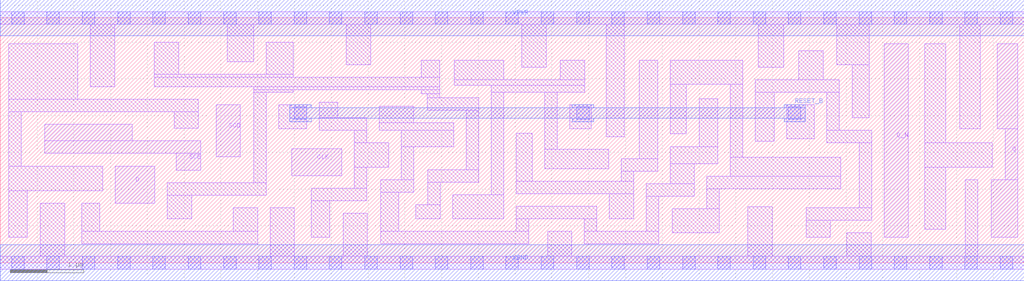
<source format=lef>
# Copyright 2020 The SkyWater PDK Authors
#
# Licensed under the Apache License, Version 2.0 (the "License");
# you may not use this file except in compliance with the License.
# You may obtain a copy of the License at
#
#     https://www.apache.org/licenses/LICENSE-2.0
#
# Unless required by applicable law or agreed to in writing, software
# distributed under the License is distributed on an "AS IS" BASIS,
# WITHOUT WARRANTIES OR CONDITIONS OF ANY KIND, either express or implied.
# See the License for the specific language governing permissions and
# limitations under the License.
#
# SPDX-License-Identifier: Apache-2.0

VERSION 5.7 ;
  NAMESCASESENSITIVE ON ;
  NOWIREEXTENSIONATPIN ON ;
  DIVIDERCHAR "/" ;
  BUSBITCHARS "[]" ;
UNITS
  DATABASE MICRONS 200 ;
END UNITS
MACRO sky130_fd_sc_hs__sdfrbp_1
  CLASS CORE ;
  SOURCE USER ;
  FOREIGN sky130_fd_sc_hs__sdfrbp_1 ;
  ORIGIN  0.000000  0.000000 ;
  SIZE  13.92000 BY  3.330000 ;
  SYMMETRY X Y R90 ;
  SITE unit ;
  PIN D
    ANTENNAGATEAREA  0.159000 ;
    DIRECTION INPUT ;
    USE SIGNAL ;
    PORT
      LAYER li1 ;
        RECT 1.565000 0.810000 2.100000 1.310000 ;
    END
  END D
  PIN Q
    ANTENNADIFFAREA  0.518900 ;
    DIRECTION OUTPUT ;
    USE SIGNAL ;
    PORT
      LAYER li1 ;
        RECT 13.470000 0.350000 13.835000 1.130000 ;
        RECT 13.555000 1.820000 13.835000 2.980000 ;
        RECT 13.665000 1.130000 13.835000 1.820000 ;
    END
  END Q
  PIN Q_N
    ANTENNADIFFAREA  0.537600 ;
    DIRECTION OUTPUT ;
    USE SIGNAL ;
    PORT
      LAYER li1 ;
        RECT 12.015000 0.350000 12.345000 2.980000 ;
    END
  END Q_N
  PIN RESET_B
    ANTENNAGATEAREA  0.411000 ;
    DIRECTION INPUT ;
    USE SIGNAL ;
    PORT
      LAYER met1 ;
        RECT  3.935000 1.920000  4.225000 1.965000 ;
        RECT  3.935000 1.965000 10.945000 2.105000 ;
        RECT  3.935000 2.105000  4.225000 2.150000 ;
        RECT  7.775000 1.920000  8.065000 1.965000 ;
        RECT  7.775000 2.105000  8.065000 2.150000 ;
        RECT 10.655000 1.920000 10.945000 1.965000 ;
        RECT 10.655000 2.105000 10.945000 2.150000 ;
    END
  END RESET_B
  PIN SCD
    ANTENNAGATEAREA  0.159000 ;
    DIRECTION INPUT ;
    USE SIGNAL ;
    PORT
      LAYER li1 ;
        RECT 2.935000 1.440000 3.265000 2.150000 ;
    END
  END SCD
  PIN SCE
    ANTENNAGATEAREA  0.318000 ;
    DIRECTION INPUT ;
    USE SIGNAL ;
    PORT
      LAYER li1 ;
        RECT 0.605000 1.490000 2.725000 1.660000 ;
        RECT 0.605000 1.660000 1.795000 1.880000 ;
        RECT 2.395000 1.260000 2.725000 1.490000 ;
    END
  END SCE
  PIN CLK
    ANTENNAGATEAREA  0.279000 ;
    DIRECTION INPUT ;
    USE CLOCK ;
    PORT
      LAYER li1 ;
        RECT 3.965000 1.180000 4.645000 1.550000 ;
    END
  END CLK
  PIN VGND
    DIRECTION INOUT ;
    USE GROUND ;
    PORT
      LAYER met1 ;
        RECT 0.000000 -0.245000 13.920000 0.245000 ;
    END
  END VGND
  PIN VPWR
    DIRECTION INOUT ;
    USE POWER ;
    PORT
      LAYER met1 ;
        RECT 0.000000 3.085000 13.920000 3.575000 ;
    END
  END VPWR
  OBS
    LAYER li1 ;
      RECT  0.000000 -0.085000 13.920000 0.085000 ;
      RECT  0.000000  3.245000 13.920000 3.415000 ;
      RECT  0.115000  0.350000  0.365000 0.980000 ;
      RECT  0.115000  0.980000  1.395000 1.310000 ;
      RECT  0.115000  1.310000  0.285000 2.050000 ;
      RECT  0.115000  2.050000  2.695000 2.220000 ;
      RECT  0.115000  2.220000  1.055000 2.975000 ;
      RECT  0.545000  0.085000  0.875000 0.810000 ;
      RECT  1.105000  0.255000  3.500000 0.425000 ;
      RECT  1.105000  0.425000  1.355000 0.810000 ;
      RECT  1.225000  2.390000  1.555000 3.245000 ;
      RECT  2.095000  2.390000  5.975000 2.520000 ;
      RECT  2.095000  2.520000  3.985000 2.560000 ;
      RECT  2.095000  2.560000  2.425000 3.000000 ;
      RECT  2.270000  0.595000  2.600000 0.920000 ;
      RECT  2.270000  0.920000  3.615000 1.090000 ;
      RECT  2.365000  1.830000  2.695000 2.050000 ;
      RECT  3.085000  2.730000  3.445000 3.245000 ;
      RECT  3.170000  0.425000  3.500000 0.750000 ;
      RECT  3.445000  1.090000  3.615000 2.320000 ;
      RECT  3.445000  2.320000  3.985000 2.350000 ;
      RECT  3.445000  2.350000  5.975000 2.390000 ;
      RECT  3.615000  2.560000  3.985000 3.000000 ;
      RECT  3.670000  0.085000  4.000000 0.750000 ;
      RECT  3.785000  1.820000  4.165000 2.150000 ;
      RECT  4.230000  0.350000  4.480000 0.840000 ;
      RECT  4.230000  0.840000  4.985000 1.010000 ;
      RECT  4.335000  1.800000  4.985000 1.970000 ;
      RECT  4.335000  1.970000  4.585000 2.180000 ;
      RECT  4.660000  0.085000  4.990000 0.670000 ;
      RECT  4.705000  2.690000  5.035000 3.245000 ;
      RECT  4.815000  1.010000  4.985000 1.300000 ;
      RECT  4.815000  1.300000  5.280000 1.630000 ;
      RECT  4.815000  1.630000  4.985000 1.800000 ;
      RECT  5.155000  1.800000  6.165000 1.905000 ;
      RECT  5.155000  1.905000  5.620000 2.130000 ;
      RECT  5.170000  0.255000  7.185000 0.425000 ;
      RECT  5.170000  0.425000  5.420000 0.960000 ;
      RECT  5.170000  0.960000  5.620000 1.130000 ;
      RECT  5.450000  1.130000  5.620000 1.575000 ;
      RECT  5.450000  1.575000  6.165000 1.800000 ;
      RECT  5.650000  0.595000  5.980000 0.790000 ;
      RECT  5.725000  2.300000  5.975000 2.350000 ;
      RECT  5.725000  2.520000  5.975000 2.755000 ;
      RECT  5.805000  2.075000  6.505000 2.245000 ;
      RECT  5.805000  2.245000  5.975000 2.300000 ;
      RECT  5.810000  0.790000  5.980000 1.095000 ;
      RECT  5.810000  1.095000  6.505000 1.265000 ;
      RECT  6.150000  0.595000  6.845000 0.925000 ;
      RECT  6.175000  2.415000  7.945000 2.490000 ;
      RECT  6.175000  2.490000  6.845000 2.755000 ;
      RECT  6.335000  1.265000  6.505000 2.075000 ;
      RECT  6.675000  0.925000  6.845000 2.320000 ;
      RECT  6.675000  2.320000  7.945000 2.415000 ;
      RECT  7.015000  0.425000  7.185000 0.595000 ;
      RECT  7.015000  0.595000  8.110000 0.765000 ;
      RECT  7.015000  0.935000  8.610000 1.105000 ;
      RECT  7.015000  1.105000  7.235000 1.760000 ;
      RECT  7.090000  2.660000  7.420000 3.245000 ;
      RECT  7.405000  1.275000  8.270000 1.545000 ;
      RECT  7.405000  1.545000  7.575000 2.320000 ;
      RECT  7.440000  0.085000  7.770000 0.425000 ;
      RECT  7.615000  2.490000  7.945000 2.755000 ;
      RECT  7.745000  1.820000  8.035000 2.150000 ;
      RECT  7.940000  0.255000  8.950000 0.425000 ;
      RECT  7.940000  0.425000  8.110000 0.595000 ;
      RECT  8.235000  1.715000  8.485000 3.245000 ;
      RECT  8.280000  0.595000  8.610000 0.935000 ;
      RECT  8.440000  1.105000  8.610000 1.245000 ;
      RECT  8.440000  1.245000  8.935000 1.415000 ;
      RECT  8.685000  1.415000  8.935000 2.755000 ;
      RECT  8.780000  0.425000  8.950000 0.905000 ;
      RECT  8.780000  0.905000  9.435000 1.075000 ;
      RECT  9.105000  1.075000  9.435000 1.345000 ;
      RECT  9.105000  1.345000  9.755000 1.575000 ;
      RECT  9.105000  1.755000  9.325000 2.425000 ;
      RECT  9.105000  2.425000 10.095000 2.755000 ;
      RECT  9.135000  0.405000  9.775000 0.735000 ;
      RECT  9.505000  1.575000  9.755000 2.230000 ;
      RECT  9.605000  0.735000  9.775000 1.005000 ;
      RECT  9.605000  1.005000 11.425000 1.175000 ;
      RECT  9.925000  1.175000 11.425000 1.435000 ;
      RECT  9.925000  1.435000 10.095000 2.425000 ;
      RECT 10.165000  0.085000 10.495000 0.760000 ;
      RECT 10.265000  1.650000 10.525000 2.320000 ;
      RECT 10.265000  2.320000 11.405000 2.490000 ;
      RECT 10.305000  2.660000 10.650000 3.245000 ;
      RECT 10.695000  1.685000 11.065000 2.150000 ;
      RECT 10.855000  2.490000 11.185000 2.885000 ;
      RECT 10.955000  0.350000 11.285000 0.580000 ;
      RECT 10.955000  0.580000 11.845000 0.750000 ;
      RECT 11.235000  1.630000 11.845000 1.800000 ;
      RECT 11.235000  1.800000 11.405000 2.320000 ;
      RECT 11.370000  2.695000 11.815000 3.245000 ;
      RECT 11.510000  0.085000 11.840000 0.410000 ;
      RECT 11.585000  1.970000 11.815000 2.695000 ;
      RECT 11.675000  0.750000 11.845000 1.630000 ;
      RECT 12.570000  0.455000 12.855000 1.300000 ;
      RECT 12.570000  1.300000 13.485000 1.630000 ;
      RECT 12.570000  1.630000 12.855000 2.980000 ;
      RECT 13.045000  1.820000 13.325000 3.245000 ;
      RECT 13.120000  0.085000 13.290000 1.130000 ;
    LAYER mcon ;
      RECT  0.155000 -0.085000  0.325000 0.085000 ;
      RECT  0.155000  3.245000  0.325000 3.415000 ;
      RECT  0.635000 -0.085000  0.805000 0.085000 ;
      RECT  0.635000  3.245000  0.805000 3.415000 ;
      RECT  1.115000 -0.085000  1.285000 0.085000 ;
      RECT  1.115000  3.245000  1.285000 3.415000 ;
      RECT  1.595000 -0.085000  1.765000 0.085000 ;
      RECT  1.595000  3.245000  1.765000 3.415000 ;
      RECT  2.075000 -0.085000  2.245000 0.085000 ;
      RECT  2.075000  3.245000  2.245000 3.415000 ;
      RECT  2.555000 -0.085000  2.725000 0.085000 ;
      RECT  2.555000  3.245000  2.725000 3.415000 ;
      RECT  3.035000 -0.085000  3.205000 0.085000 ;
      RECT  3.035000  3.245000  3.205000 3.415000 ;
      RECT  3.515000 -0.085000  3.685000 0.085000 ;
      RECT  3.515000  3.245000  3.685000 3.415000 ;
      RECT  3.995000 -0.085000  4.165000 0.085000 ;
      RECT  3.995000  1.950000  4.165000 2.120000 ;
      RECT  3.995000  3.245000  4.165000 3.415000 ;
      RECT  4.475000 -0.085000  4.645000 0.085000 ;
      RECT  4.475000  3.245000  4.645000 3.415000 ;
      RECT  4.955000 -0.085000  5.125000 0.085000 ;
      RECT  4.955000  3.245000  5.125000 3.415000 ;
      RECT  5.435000 -0.085000  5.605000 0.085000 ;
      RECT  5.435000  3.245000  5.605000 3.415000 ;
      RECT  5.915000 -0.085000  6.085000 0.085000 ;
      RECT  5.915000  3.245000  6.085000 3.415000 ;
      RECT  6.395000 -0.085000  6.565000 0.085000 ;
      RECT  6.395000  3.245000  6.565000 3.415000 ;
      RECT  6.875000 -0.085000  7.045000 0.085000 ;
      RECT  6.875000  3.245000  7.045000 3.415000 ;
      RECT  7.355000 -0.085000  7.525000 0.085000 ;
      RECT  7.355000  3.245000  7.525000 3.415000 ;
      RECT  7.835000 -0.085000  8.005000 0.085000 ;
      RECT  7.835000  1.950000  8.005000 2.120000 ;
      RECT  7.835000  3.245000  8.005000 3.415000 ;
      RECT  8.315000 -0.085000  8.485000 0.085000 ;
      RECT  8.315000  3.245000  8.485000 3.415000 ;
      RECT  8.795000 -0.085000  8.965000 0.085000 ;
      RECT  8.795000  3.245000  8.965000 3.415000 ;
      RECT  9.275000 -0.085000  9.445000 0.085000 ;
      RECT  9.275000  3.245000  9.445000 3.415000 ;
      RECT  9.755000 -0.085000  9.925000 0.085000 ;
      RECT  9.755000  3.245000  9.925000 3.415000 ;
      RECT 10.235000 -0.085000 10.405000 0.085000 ;
      RECT 10.235000  3.245000 10.405000 3.415000 ;
      RECT 10.715000 -0.085000 10.885000 0.085000 ;
      RECT 10.715000  1.950000 10.885000 2.120000 ;
      RECT 10.715000  3.245000 10.885000 3.415000 ;
      RECT 11.195000 -0.085000 11.365000 0.085000 ;
      RECT 11.195000  3.245000 11.365000 3.415000 ;
      RECT 11.675000 -0.085000 11.845000 0.085000 ;
      RECT 11.675000  3.245000 11.845000 3.415000 ;
      RECT 12.155000 -0.085000 12.325000 0.085000 ;
      RECT 12.155000  3.245000 12.325000 3.415000 ;
      RECT 12.635000 -0.085000 12.805000 0.085000 ;
      RECT 12.635000  3.245000 12.805000 3.415000 ;
      RECT 13.115000 -0.085000 13.285000 0.085000 ;
      RECT 13.115000  3.245000 13.285000 3.415000 ;
      RECT 13.595000 -0.085000 13.765000 0.085000 ;
      RECT 13.595000  3.245000 13.765000 3.415000 ;
  END
END sky130_fd_sc_hs__sdfrbp_1

</source>
